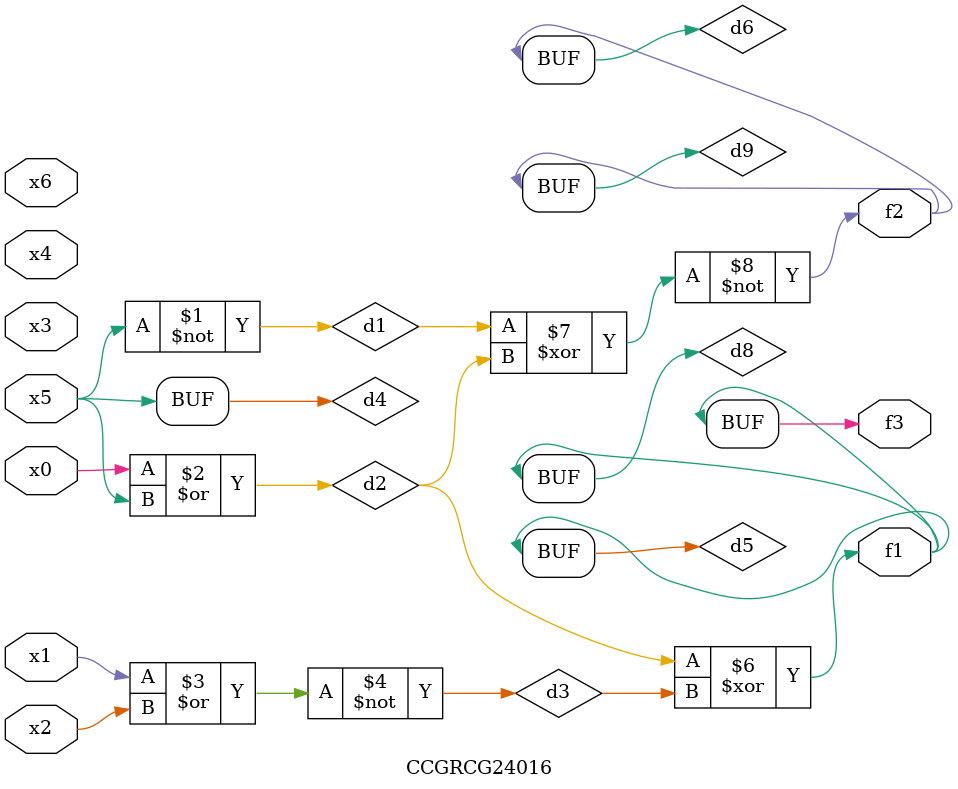
<source format=v>
module CCGRCG24016(
	input x0, x1, x2, x3, x4, x5, x6,
	output f1, f2, f3
);

	wire d1, d2, d3, d4, d5, d6, d7, d8, d9;

	nand (d1, x5);
	or (d2, x0, x5);
	nor (d3, x1, x2);
	xnor (d4, d1);
	xor (d5, d2, d3);
	xnor (d6, d1, d2);
	not (d7, x4);
	buf (d8, d5);
	xor (d9, d6);
	assign f1 = d8;
	assign f2 = d9;
	assign f3 = d8;
endmodule

</source>
